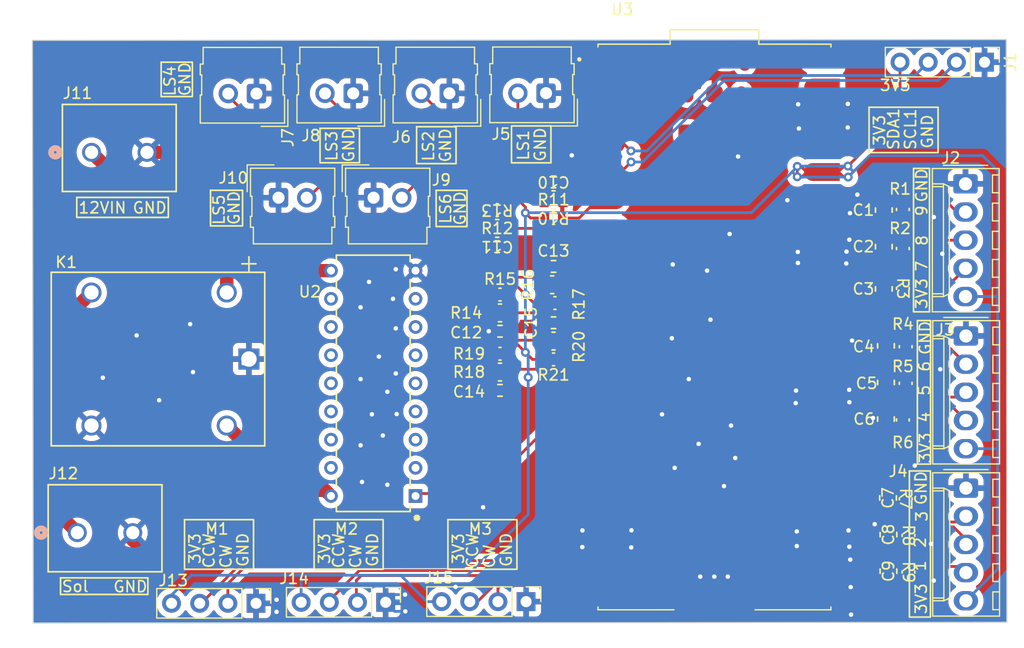
<source format=kicad_pcb>
(kicad_pcb (version 20221018) (generator pcbnew)
  (layers (0 "F.Cu" signal) (31 "B.Cu" signal) (34 "B.Paste" user) (35 "F.Paste" user) (36 "B.SilkS" user "B.Silkscreen") (37 "F.SilkS" user "F.Silkscreen") (38 "B.Mask" user) (39 "F.Mask" user) (44 "Edge.Cuts" user))
  (net 0 "")
  (net 1 "FDBK3")
  (net 2 "FDBK2")
  (net 3 "FDBK1")
  (net 4 "Net-(J2-Pin_2)")
  (net 5 "Net-(J2-Pin_3)")
  (net 6 "Net-(J2-Pin_4)")
  (net 7 "Net-(J3-Pin_2)")
  (net 8 "Net-(J3-Pin_3)")
  (net 9 "Net-(J3-Pin_4)")
  (net 10 "M1_PWM_CW")
  (net 11 "M1_PWM_CCW")
  (net 12 "M2_PWM_CW")
  (net 13 "LS1")
  (net 14 "LS2")
  (net 15 "LS4")
  (net 16 "LS3")
  (net 17 "LS6")
  (net 18 "LS5")
  (net 19 "M2_PWM_CCW")
  (net 20 "GND")
  (net 21 "SCL1")
  (net 22 "SDA1")
  (net 23 "3.3V")
  (net 24 "Net-(J4-Pin_2)")
  (net 25 "Net-(J4-Pin_3)")
  (net 26 "Net-(J4-Pin_4)")
  (net 27 "FDBK4")
  (net 28 "FDBK5")
  (net 29 "FDBK6")
  (net 30 "FDBK7")
  (net 31 "FDBK8")
  (net 32 "FDBK9")
  (net 33 "12V")
  (net 34 "Solenoid PWR")
  (net 35 "Net-(U2-O1)")
  (net 36 "Vacuum")
  (net 37 "M3_PWM_CW")
  (net 38 "M3_PWM_CCW")
  (net 53 "Net-(J5-Pin_2)")
  (net 54 "Net-(J6-Pin_2)")
  (net 55 "Net-(J7-Pin_2)")
  (net 56 "Net-(J8-Pin_2)")
  (net 57 "Net-(J9-Pin_2)")
  (net 58 "Net-(J10-Pin_2)")
  (footprint "WR06X1002FTL:RES_WR06_WRE" (layer "F.Cu") (at 129.286 70.866 -90)
    (fp_text reference "R5")
    (fp_text value "10kΩ Res")
  )
  (footprint "WR08X102_JTL:RES_WR08_WRE" (layer "F.Cu") (at 97.536 54.309)
    (fp_text reference "R11")
    (fp_text value "1kΩ Res")
  )
  (footprint "J1071AS3VDC_36:RELAY5_J1071A_CRS" (layer "F.Cu") (at 70.07 68.676001 -90)
    (fp_text reference "K1")
    (fp_text value "J1071AS3VDC.36")
  )
  (footprint "Connector_Molex:Molex_SL_171971-0002_1x02_P2.54mm_Vertical" (layer "F.Cu") (at 70.75 44.74 180)
    (fp_text reference "J7")
    (fp_text value "2 Pin Conn" hide)
  )
  (footprint "WR06X1002FTL:RES_WR06_WRE" (layer "F.Cu") (at 129.032 74.168 -90)
    (fp_text reference "R6")
    (fp_text value "10kΩ Res")
  )
  (footprint "TBD62083APG:P-DIP18-300-2p54-001_TOS" (layer "F.Cu") (at 85.09 81.026 180)
    (fp_text reference "U2")
    (fp_text value "TBD62083APG")
  )
  (footprint "EBBA_02_C_SS_BU:CONN02_EBBA_10X7P6_ADM" (layer "F.Cu") (at 54.5973 84.328)
    (fp_text reference "J12")
    (fp_text value "Screw Terminal")
  )
  (footprint "Connector_Molex:Molex_KK-254_AE-6410-05A_1x05_P2.54mm_Vertical" (layer "F.Cu") (at 134.7181 66.596 -90)
    (fp_text reference "J3")
    (fp_text value "4 Pin Connector" hide)
  )
  (footprint "CL21B202KBANNNC:CAP_CL21_SAM" (layer "F.Cu") (at 127.314 62.3542 90)
    (fp_text reference "C3")
    (fp_text value "2nF Cap")
  )
  (footprint "CL10B104KB8NNWC:CAP_CL10_SAM" (layer "F.Cu") (at 97.536 65.405 180)
    (fp_text reference "C15")
    (fp_text value "0.1uF Cap")
  )
  (footprint "Connector_Molex:Molex_KK-254_AE-6410-05A_1x05_P2.54mm_Vertical" (layer "F.Cu") (at 134.68 52.88 -90)
    (fp_text reference "J2")
    (fp_text value "5 Pin Connector" hide)
  )
  (footprint "WR06X1002FTL:RES_WR06_WRE" (layer "F.Cu") (at 129.032 55.1942 -90)
    (fp_text reference "R1")
    (fp_text value "10kΩ Res")
  )
  (footprint "EBBA_02_C_SS_BU:CONN02_EBBA_10X7P6_ADM" (layer "F.Cu") (at 55.88 50.038)
    (fp_text reference "J11")
    (fp_text value "Screw Terminal")
  )
  (footprint "WR06X1002FTL:RES_WR06_WRE" (layer "F.Cu") (at 97.536 68.707 180)
    (fp_text reference "R21")
    (fp_text value "10kΩ Res")
  )
  (footprint "WR06X1002FTL:RES_WR06_WRE" (layer "F.Cu") (at 92.71 68.199 180)
    (fp_text reference "R19")
    (fp_text value "10kΩ Res")
  )
  (footprint "WR06X1002FTL:RES_WR06_WRE" (layer "F.Cu") (at 129.032 62.3062 -90)
    (fp_text reference "R3")
    (fp_text value "10kΩ Res")
  )
  (footprint "Connector_PinHeader_2.54mm:PinHeader_1x04_P2.54mm_Vertical" (layer "F.Cu") (at 70.71 90.7 -90)
    (fp_text reference "J13")
    (fp_text value "4 Pin Connector" hide)
  )
  (footprint "WR08X102_JTL:RES_WR08_WRE" (layer "F.Cu") (at 97.409 61.976)
    (fp_text reference "R16")
    (fp_text value "1kΩ Res")
  )
  (footprint "CL21B202KBANNNC:CAP_CL21_SAM" (layer "F.Cu") (at 127.7331 84.503 90)
    (fp_text reference "C8")
    (fp_text value "2nF Cap")
  )
  (footprint "WR06X1002FTL:RES_WR06_WRE" (layer "F.Cu") (at 129.286 81.28 -90)
    (fp_text reference "R7")
    (fp_text value "10kΩ Res")
  )
  (footprint "CL10B104KB8NNWC:CAP_CL10_SAM" (layer "F.Cu") (at 92.71 71.501 180)
    (fp_text reference "C14")
    (fp_text value "0.1uF Cap")
  )
  (footprint "SC0915:MODULE_SC0915" (layer "F.Cu") (at 112.0455 65.786)
    (fp_text reference "U3")
    (fp_text value "SC0915")
  )
  (footprint "WR06X1002FTL:RES_WR06_WRE" (layer "F.Cu") (at 97.663 63.627 180)
    (fp_text reference "R17")
    (fp_text value "10kΩ Res")
  )
  (footprint "WR08X102_JTL:RES_WR08_WRE" (layer "F.Cu") (at 92.71 69.85)
    (fp_text reference "R18")
    (fp_text value "1kΩ Res")
  )
  (footprint "CL10B104KB8NNWC:CAP_CL10_SAM" (layer "F.Cu") (at 92.456 58.547 180)
    (fp_text reference "C11")
    (fp_text value "0.1uF Cap")
  )
  (footprint "WR06X1002FTL:RES_WR06_WRE" (layer "F.Cu") (at 92.71 62.865 180)
    (fp_text reference "R15")
    (fp_text value "10kΩ Res")
  )
  (footprint "WR08X102_JTL:RES_WR08_WRE" (layer "F.Cu") (at 92.71 64.516)
    (fp_text reference "R14")
    (fp_text value "1kΩ Res")
  )
  (footprint "Connector_Molex:Molex_SL_171971-0002_1x02_P2.54mm_Vertical" (layer "F.Cu") (at 96.86 44.7 180)
    (fp_text reference "J5")
    (fp_text value "2 Pin Conn" hide)
  )
  (footprint "Connector_PinHeader_2.54mm:PinHeader_1x04_P2.54mm_Vertical" (layer "F.Cu") (at 82.4 90.61 -90)
    (fp_text reference "J14")
    (fp_text value "4 Pin Connector" hide)
  )
  (footprint "Connector_Molex:Molex_SL_171971-0002_1x02_P2.54mm_Vertical" (layer "F.Cu") (at 81.31 54.13)
    (fp_text reference "J9")
    (fp_text value "2 Pin Conn" hide)
  )
  (footprint "CL10B104KB8NNWC:CAP_CL10_SAM" (layer "F.Cu") (at 97.536 52.705 180)
    (fp_text reference "C10")
    (fp_text value "0.1uF Cap")
  )
  (footprint "Connector_PinHeader_2.54mm:PinHeader_1x04_P2.54mm_Vertical" (layer "F.Cu") (at 136.398 41.91 -90)
    (fp_text reference "J1")
    (fp_text value "4 Pin Connector")
  )
  (footprint "CL21B202KBANNNC:CAP_CL21_SAM" (layer "F.Cu") (at 127.7331 87.805 90)
    (fp_text reference "C9")
    (fp_text value "2nF Cap")
  )
  (footprint "CL21B202KBANNNC:CAP_CL21_SAM" (layer "F.Cu") (at 127.695 81.201 90)
    (fp_text reference "C7")
    (fp_text value "2nF Cap")
  )
  (footprint "CL21B202KBANNNC:CAP_CL21_SAM" (layer "F.Cu") (at 127.508 70.787 90)
    (fp_text reference "C5")
    (fp_text value "2nF Cap")
  )
  (footprint "CL10B104KB8NNWC:CAP_CL10_SAM" (layer "F.Cu") (at 92.71 66.167 180)
    (fp_text reference "C12")
    (fp_text value "0.1uF Cap")
  )
  (footprint "CL21B202KBANNNC:CAP_CL21_SAM" (layer "F.Cu") (at 127.508 67.485 90)
    (fp_text reference "C4")
    (fp_text value "2nF Cap")
  )
  (footprint "Connector_Molex:Molex_SL_171971-0002_1x02_P2.54mm_Vertical" (layer "F.Cu") (at 88.14 44.72 180)
    (fp_text reference "J6")
    (fp_text value "2 Pin Conn" hide)
  )
  (footprint "WR06X1002FTL:RES_WR06_WRE" (layer "F.Cu") (at 129.286 67.564 -90)
    (fp_text reference "R4")
    (fp_text value "10kΩ Res")
  )
  (footprint "WR06X1002FTL:RES_WR06_WRE" (layer "F.Cu") (at 92.456 55.245 180)
    (fp_text reference "R13")
    (fp_text value "10kΩ Res")
  )
  (footprint "WR06X1002FTL:RES_WR06_WRE" (layer "F.Cu") (at 129.032 58.7121 -90)
    (fp_text reference "R2")
    (fp_text value "10kΩ Res")
  )
  (footprint "CL21B202KBANNNC:CAP_CL21_SAM" (layer "F.Cu") (at 127.314 58.5442 90)
    (fp_text reference "C2")
    (fp_text value "2nF Cap")
  )
  (footprint "Connector_Molex:Molex_KK-254_AE-6410-05A_1x05_P2.54mm_Vertical" (layer "F.Cu") (at 134.7181 80.312 -90)
    (fp_text reference "J4")
    (fp_text value "4 Pin Connector" hide)
  )
  (footprint "CL21B202KBANNNC:CAP_CL21_SAM" (layer "F.Cu") (at 127.314 55.2422 90)
    (fp_text reference "C1")
    (fp_text value "2nF Cap")
  )
  (footprint "WR08X102_JTL:RES_WR08_WRE" (layer "F.Cu") (at 97.536 67.056)
    (fp_text reference "R20")
    (fp_text value "1kΩ Res")
  )
  (footprint "Connector_Molex:Molex_SL_171971-0002_1x02_P2.54mm_Vertical" (layer "F.Cu") (at 79.47 44.72 180)
    (fp_text reference "J8")
    (fp_text value "2 Pin Conn" hide)
  )
  (footprint "Connector_PinHeader_2.54mm:PinHeader_1x04_P2.54mm_Vertical" (layer "F.Cu") (at 95.06 90.55 -90)
    (fp_text reference "J15")
    (fp_text value "4 Pin Connector" hide)
  )
  (footprint "WR06X1002FTL:RES_WR06_WRE" (layer "F.Cu") (at 129.54 84.582 -90)
    (fp_text reference "R8")
    (fp_text value "10kΩ Res")
  )
  (footprint "CL10B104KB8NNWC:CAP_CL10_SAM" (layer "F.Cu") (at 97.536 60.325 180)
    (fp_text reference "C13")
    (fp_text value "0.1uF Cap")
  )
  (footprint "WR08X102_JTL:RES_WR08_WRE" (layer "F.Cu") (at 92.456 56.896)
    (fp_text reference "R12")
    (fp_text value "1kΩ Res")
  )
  (footprint "WR06X1002FTL:RES_WR06_WRE" (layer "F.Cu") (at 97.536 55.96 180)
    (fp_text reference "R10")
    (fp_text value "10kΩ Res")
  )
  (footprint "Connector_Molex:Molex_SL_171971-0002_1x02_P2.54mm_Vertical" (layer "F.Cu") (at 72.74 54.13)
    (fp_text reference "J10")
    (fp_text value "2 Pin Conn" hide)
  )
  (footprint "CL21B202KBANNNC:CAP_CL21_SAM" (layer "F.Cu") (at 127.508 74.089 90)
    (fp_text reference "C6")
    (fp_text value "2nF Cap")
  )
  (footprint "WR06X1002FTL:RES_WR06_WRE" (layer "F.Cu") (at 129.54 87.884 -90)
    (fp_text reference "R9")
    (fp_text value "10kΩ Res")
  )
  (gr_rect (start 129.994 51.49) (end 131.434 64.42) (stroke (width 0.15)) (fill none) (layer "F.SilkS"))
  (gr_rect (start 66.605 53.46) (end 69.495 56.67) (stroke (width 0.15)) (fill none) (layer "F.SilkS"))
  (gr_rect (start 93.744 47.6563) (end 97.3 50.9837) (stroke (width 0.15)) (fill none) (layer "F.SilkS"))
  (gr_rect (start 129.62 78.7665) (end 131.52 91.94) (stroke (width 0.15)) (fill none) (layer "F.SilkS"))
  (gr_rect (start 53.084 89.9027) (end 60.96 88.4053) (stroke (width 0.15)) (fill none) (layer "F.SilkS"))
  (gr_rect (start 88.011 83.1596) (end 94.234 87.63) (stroke (width 0.15)) (fill none) (layer "F.SilkS"))
  (gr_rect (start 76.482 47.8726) (end 80.038 50.98) (stroke (width 0.15)) (fill none) (layer "F.SilkS"))
  (gr_rect (start 54.5465 55.9054) (end 62.8015 54.102) (stroke (width 0.15)) (fill none) (layer "F.SilkS"))
  (gr_rect (start 62.1565 41.91) (end 64.97 45.01) (stroke (width 0.15)) (fill none) (layer "F.SilkS"))
  (gr_rect (start 130.338 65.21) (end 131.53 78.15) (stroke (width 0.15)) (fill none) (layer "F.SilkS"))
  (gr_rect (start 75.946 83.1596) (end 82.169 87.63) (stroke (width 0.15)) (fill none) (layer "F.SilkS"))
  (gr_rect (start 64.262 83.1596) (end 70.485 87.63) (stroke (width 0.15)) (fill none) (layer "F.SilkS"))
  (gr_rect (start 125.984 45.974) (end 132.207 50.0634) (stroke (width 0.15)) (fill none) (layer "F.SilkS"))
  (gr_rect (start 86.95 53.465) (end 89.73 56.735) (stroke (width 0.15)) (fill none) (layer "F.SilkS"))
  (gr_rect (start 85.189 47.7296) (end 88.745 51.057) (stroke (width 0.15)) (fill none) (layer "F.SilkS"))
  (gr_line (start 138.42175 92.413125) (end 50.6095 92.48775) (stroke (width 0.1)) (layer "Edge.Cuts"))
  (gr_line (start 50.6095 92.48775) (end 50.546 39.9415) (stroke (width 0.1)) (layer "Edge.Cuts"))
  (gr_line (start 50.546 39.9415) (end 138.35825 39.866875) (stroke (width 0.1)) (layer "Edge.Cuts"))
  (gr_line (start 138.35825 39.866875) (end 138.42175 92.413125) (stroke (width 0.1)) (layer "Edge.Cuts"))
  (gr_text "SDA1" (at 128.778 49.911 90) (layer "F.SilkS") (effects (font (size 1 1)) (justify left bottom)))
  (gr_text "GND" (at 81.788 87.503 90) (layer "F.SilkS") (effects (font (size 1 1)) (justify left bottom)))
  (gr_text "M2" (at 77.724 84.582) (layer "F.SilkS") (effects (font (size 1 1)) (justify left bottom)))
  (gr_text "7" (at 131.318 60.87 90) (layer "F.SilkS") (effects (font (size 1 1)) (justify left bottom)))
  (gr_text "CCW" (at 67.056 87.63 90) (layer "F.SilkS") (effects (font (size 1 1)) (justify left bottom)))
  (gr_text "CCW" (at 90.805 87.63 90) (layer "F.SilkS") (effects (font (size 1 1)) (justify left bottom)))
  (gr_text "4" (at 131.572 74.49 90) (layer "F.SilkS") (effects (font (size 1 1)) (justify left bottom)))
  (gr_text "GND" (at 59.4995 55.626) (layer "F.SilkS") (effects (font (size 1 1)) (justify left bottom)))
  (gr_text "GND" (at 131.642 68.39 90) (layer "F.SilkS") (effects (font (size 1 1)) (justify left bottom)))
  (gr_text "2" (at 131.18 85.79 90) (layer "F.SilkS") (effects (font (size 1 1)) (justify left bottom)))
  (gr_text "3V3" (at 131.27 91.77 90) (layer "F.SilkS") (effects (font (size 1 1)) (justify left bottom)))
  (gr_text "GND" (at 93.853 87.503 90) (layer "F.SilkS") (effects (font (size 1 1)) (justify left bottom)))
  (gr_text "8" (at 131.348 58.56 90) (layer "F.SilkS") (effects (font (size 1 1)) (justify left bottom)))
  (gr_text "GND" (at 57.758 89.7863) (layer "F.SilkS") (effects (font (size 1 1)) (justify left bottom)))
  (gr_text "1" (at 131.18 87.89 90) (layer "F.SilkS") (effects (font (size 1 1)) (justify left bottom)))
  (gr_text "3V3" (at 65.786 87.249 90) (layer "F.SilkS") (effects (font (size 1 1)) (justify left bottom)))
  (gr_text "GND" (at 69.306 56.67 90) (layer "F.SilkS") (effects (font (size 1 1)) (justify left bottom)))
  (gr_text "GND" (at 70.104 87.503 90) (layer "F.SilkS") (effects (font (size 1 1)) (justify left bottom)))
  (gr_text "CW" (at 92.329 87.63 90) (layer "F.SilkS") (effects (font (size 1 1)) (justify left bottom)))
  (gr_text "6" (at 131.582 69.91 90) (layer "F.SilkS") (effects (font (size 1 1)) (justify left bottom)))
  (gr_text "SCL1" (at 130.302 49.911 90) (layer "F.SilkS") (effects (font (size 1 1)) (justify left bottom)))
  (gr_text "3V3" (at 127.508 49.53 90) (layer "F.SilkS") (effects (font (size 1 1)) (justify left bottom)))
  (gr_text "GND" (at 96.919 50.9583 90) (layer "F.SilkS") (effects (font (size 1 1)) (justify left bottom)))
  (gr_text "GND" (at 89.69 56.715 90) (layer "F.SilkS") (effects (font (size 1 1)) (justify left bottom)))
  (gr_text "3V3" (at 131.642 78.17 90) (layer "F.SilkS") (effects (font (size 1 1)) (justify left bottom)))
  (gr_text "LS2" (at 86.84 50.93 90) (layer "F.SilkS") (effects (font (size 1 1)) (justify left bottom)))
  (gr_text "5" (at 131.552 72.07 90) (layer "F.SilkS") (effects (font (size 1 1)) (justify left bottom)))
  (gr_text "CW" (at 80.264 87.63 90) (layer "F.SilkS") (effects (font (size 1 1)) (justify left bottom)))
  (gr_text "GND" (at 131.826 49.784 90) (layer "F.SilkS") (effects (font (size 1 1)) (justify left bottom)))
  (gr_text "12VIN" (at 54.62 55.626) (layer "F.SilkS") (effects (font (size 1 1)) (justify left bottom)))
  (gr_text "GND" (at 131.318 54.64 90) (layer "F.SilkS") (effects (font (size 1 1)) (justify left bottom)))
  (gr_text "3V3" (at 77.47 87.249 90) (layer "F.SilkS") (effects (font (size 1 1)) (justify left bottom)))
  (gr_text "M3" (at 89.789 84.582) (layer "F.SilkS") (effects (font (size 1 1)) (justify left bottom)))
  (gr_text "3V3" (at 131.318 64.25 90) (layer "F.SilkS") (effects (font (size 1 1)) (justify left bottom)))
  (gr_text "CCW" (at 78.74 87.63 90) (layer "F.SilkS") (effects (font (size 1 1)) (justify left bottom)))
  (gr_text "LS1" (at 95.395 50.8567 90) (layer "F.SilkS") (effects (font (size 1 1)) (justify left bottom)))
  (gr_text "Sol" (at 53.118 89.7663) (layer "F.SilkS") (effects (font (size 1 1)) (justify left bottom)))
  (gr_text "GND" (at 79.644 51.0216 90) (layer "F.SilkS") (effects (font (size 1 1)) (justify left bottom)))
  (gr_text "M1" (at 66.04 84.582) (layer "F.SilkS") (effects (font (size 1 1)) (justify left bottom)))
  (gr_text "LS5" (at 67.9555 56.67 90) (layer "F.SilkS") (effects (font (size 1 1)) (justify left bottom)))
  (gr_text "3V3" (at 89.535 87.249 90) (layer "F.SilkS") (effects (font (size 1 1)) (justify left bottom)))
  (gr_text "GND" (at 131.25 81.93 90) (layer "F.SilkS") (effects (font (size 1 1)) (justify left bottom)))
  (gr_text "GND" (at 64.88 45.06 90) (layer "F.SilkS") (effects (font (size 1 1)) (justify left bottom)))
  (gr_text "3V3" (at 126.873 44.577) (layer "F.SilkS") (effects (font (size 1 1)) (justify left bottom)))
  (gr_text "LS6" (at 88.39 56.565 90) (layer "F.SilkS") (effects (font (size 1 1)) (justify left bottom)))
  (gr_text "LS3" (at 78.12 50.92 90) (layer "F.SilkS") (effects (font (size 1 1)) (justify left bottom)))
  (gr_text "GND" (at 88.364 51.0316 90) (layer "F.SilkS") (effects (font (size 1 1)) (justify left bottom)))
  (gr_text "LS4" (at 63.53 45.06 90) (layer "F.SilkS") (effects (font (size 1 1)) (justify left bottom)))
  (gr_text "3" (at 131.33 83.43 90) (layer "F.SilkS") (effects (font (size 1 1)) (justify left bottom)))
  (gr_text "9" (at 131.318 55.88 90) (layer "F.SilkS") (effects (font (size 1 1)) (justify left bottom)))
  (gr_text "CW" (at 68.58 87.63 90) (layer "F.SilkS") (effects (font (size 1 1)) (justify left bottom)))
  (segment (start 123.19 79.756) (end 125.28 81.846) (width 0.25) (layer "F.Cu") (net 1))
  (segment (start 127.7832 82.217) (end 127.695 82.1288) (width 0.25) (layer "F.Cu") (net 1))
  (segment (start 121.7355 79.756) (end 123.19 79.756) (width 0.25) (layer "F.Cu") (net 1))
  (segment (start 127.4122 81.846) (end 127.695 82.1288) (width 0.25) (layer "F.Cu") (net 1))
  (segment (start 129.2571 82.217) (end 127.7832 82.217) (width 0.25) (layer "F.Cu") (net 1))
  (segment (start 125.28 81.846) (end 127.4122 81.846) (width 0.25) (layer "F.Cu") (net 1))
  (segment (start 121.7355 82.296) (end 123.444 82.296) (width 0.25) (layer "F.Cu") (net 2))
  (segment (start 127.8213 85.519) (end 127.7331 85.4308) (width 0.25) (layer "F.Cu") (net 2))
  (segment (start 123.444 82.296) (end 126.5788 85.4308) (width 0.25) (layer "F.Cu") (net 2))
  (segment (start 129.2952 85.519) (end 127.8213 85.519) (width 0.25) (layer "F.Cu") (net 2))
  (segment (start 126.5788 85.4308) (end 127.7331 85.4308) (width 0.25) (layer "F.Cu") (net 2))
  (segment (start 121.7355 87.376) (end 122.2435 87.884) (width 0.25) (layer "F.Cu") (net 3))
  (segment (start 126.0708 88.7328) (end 127.7331 88.7328) (width 0.25) (layer "F.Cu") (net 3))
  (segment (start 122.2435 87.884) (end 125.222 87.884) (width 0.25) (layer "F.Cu") (net 3))
  (segment (start 125.222 87.884) (end 126.0708 88.7328) (width 0.25) (layer "F.Cu") (net 3))
  (segment (start 129.2952 88.948) (end 127.9483 88.948) (width 0.25) (layer "F.Cu") (net 3))
  (segment (start 127.9483 88.948) (end 127.7331 88.7328) (width 0.25) (layer "F.Cu") (net 3))
  (segment (start 133.906 55.42) (end 134.68 55.42) (width 0.25) (layer "F.Cu") (net 4))
  (segment (start 129.032 54.4703) (end 132.9563 54.4703) (width 0.25) (layer "F.Cu") (net 4))
  (segment (start 132.9563 54.4703) (end 133.906 55.42) (width 0.25) (layer "F.Cu") (net 4))
  (segment (start 129.032 57.9882) (end 129.0602 57.96) (width 0.25) (layer "F.Cu") (net 5))
  (segment (start 129.0602 57.96) (end 134.68 57.96) (width 0.25) (layer "F.Cu") (net 5))
  (segment (start 133.585 61.595) (end 134.68 60.5) (width 0.25) (layer "F.Cu") (net 6))
  (segment (start 129.0447 61.595) (end 133.585 61.595) (width 0.25) (layer "F.Cu") (net 6))
  (segment (start 129.032 61.5823) (end 129.0447 61.595) (width 0.25) (layer "F.Cu") (net 6))
  (segment (start 129.286 66.8401) (end 132.4222 66.8401) (width 0.25) (layer "F.Cu") (net 7))
  (segment (start 132.4222 66.8401) (end 134.7181 69.136) (width 0.25) (layer "F.Cu") (net 7))
  (segment (start 129.286 70.1421) (end 129.729478 70.1421) (width 0.25) (layer "F.Cu") (net 8))
  (segment (start 134.2841 72.11) (end 134.7181 71.676) (width 0.25) (layer "F.Cu") (net 8))
  (segment (start 131.03 72.11) (end 134.2841 72.11) (width 0.25) (layer "F.Cu") (net 8))
  (segment (start 129.729478 70.1421) (end 130.56 70.972622) (width 0.25) (layer "F.Cu") (net 8))
  (segment (start 130.56 71.64) (end 131.03 72.11) (width 0.25) (layer "F.Cu") (net 8))
  (segment (start 130.56 70.972622) (end 130.56 71.64) (width 0.25) (layer "F.Cu") (net 8))
  (segment (start 130.0959 73.4441) (end 130.98 72.56) (width 0.25) (layer "F.Cu") (net 9))
  (segment (start 133.0621 72.56) (end 134.7181 74.216) (width 0.25) (layer "F.Cu") (net 9))
  (segment (start 129.032 73.4441) (end 130.0959 73.4441) (width 0.25) (layer "F.Cu") (net 9))
  (segment (start 130.98 72.56) (end 133.0621 72.56) (width 0.25) (layer "F.Cu") (net 9))
  (segment (start 94.034 87.296) (end 101.574 79.756) (width 0.25) (layer "F.Cu") (net 10))
  (segment (start 102.3959 79.756) (end 102.4063 79.7456) (width 0.25) (layer "F.Cu") (net 10))
  (segment (start 69.804396 87.296) (end 94.034 87.296) (width 0.25) (layer "F.Cu") (net 10))
  (segment (start 68.17 88.930396) (end 69.804396 87.296) (width 0.25) (layer "F.Cu") (net 10))
  (segment (start 101.574 79.756) (end 102.3959 79.756) (width 0.25) (layer "F.Cu") (net 10))
  (segment (start 68.17 90.7) (end 68.17 88.930396) (width 0.25) (layer "F.Cu") (net 10))
  (segment (start 100.13 80.563604) (end 100.13 78.39) (width 0.25) (layer "F.Cu") (net 11))
  (segment (start 100.13 78.39) (end 101.3144 77.2056) (width 0.25) (layer "F.Cu") (net 11))
  (segment (start 65.63 90.7) (end 65.764 90.7) (width 0.25) (layer "F.Cu") (net 11))
  (segment (start 101.3144 77.2056) (end 102.4063 77.2056) (width 0.25) (layer "F.Cu") (net 11))
  (segment (start 69.618 86.846) (end 93.847604 86.846) (width 0.25) (layer "F.Cu") (net 11))
  (segment (start 93.847604 86.846) (end 100.13 80.563604) (width 0.25) (layer "F.Cu") (net 11))
  (segment (start 65.764 90.7) (end 69.618 86.846) (width 0.25) (layer "F.Cu") (net 11))
  (segment (start 79.86 90.61) (end 79.756 90.506) (width 0.25) (layer "F.Cu") (net 12))
  (segment (start 79.756 90.506) (end 79.756 88.644) (width 0.25) (layer "F.Cu") (net 12))
  (segment (start 101.5759 88.196) (end 102.4063 87.3656) (width 0.25) (layer "F.Cu") (net 12))
  (segment (start 80.204 88.196) (end 101.5759 88.196) (width 0.25) (layer "F.Cu") (net 12))
  (segment (start 79.756 88.644) (end 80.204 88.196) (width 0.25) (layer "F.Cu") (net 12))
  (segment (start 99.85 55.96) (end 98.3869 55.96) (width 0.25) (layer "F.Cu") (net 13))
  (segment (start 101.4644 54.3456) (end 99.85 55.96) (width 0.25) (layer "F.Cu") (net 13))
  (segment (start 98.3869 55.96) (end 98.3869 54.309) (width 0.25) (layer "F.Cu") (net 13))
  (segment (start 98.2599 55.96) (end 98.2599 52.8089) (width 0.25) (layer "F.Cu") (net 13))
  (segment (start 98.2599 52.8089) (end 98.3638 52.705) (width 0.25) (layer "F.Cu") (net 13))
  (segment (start 102.4063 54.3456) (end 101.4644 54.3456) (width 0.25) (layer "F.Cu") (net 13))
  (segment (start 93.3069 56.896) (end 102.3959 56.896) (width 0.25) (layer "F.Cu") (net 14))
  (segment (start 93.2838 58.547) (end 93.2838 55.3489) (width 0.25) (layer "F.Cu") (net 14))
  (segment (start 102.3959 56.896) (end 102.4063 56.8856) (width 0.25) (layer "F.Cu") (net 14))
  (segment (start 93.2838 55.3489) (end 93.1799 55.245) (width 0.25) (layer "F.Cu") (net 14))
  (segment (start 102.4063 64.5056) (end 93.5713 64.5056) (width 0.25) (layer "F.Cu") (net 15))
  (segment (start 93.5713 64.5056) (end 93.5609 64.516) (width 0.25) (layer "F.Cu") (net 15))
  (segment (start 93.4339 66.0631) (end 93.5378 66.167) (width 0.25) (layer "F.Cu") (net 15))
  (segment (start 93.4339 62.865) (end 93.4339 66.0631) (width 0.25) (layer "F.Cu") (net 15))
  (segment (start 98.3869 63.627) (end 98.3869 60.3481) (width 0.25) (layer "F.Cu") (net 16))
  (segment (start 98.3869 60.3481) (end 98.3638 60.325) (width 0.25) (layer "F.Cu") (net 16))
  (segment (start 102.4063 61.9656) (end 98.2703 61.9656) (width 0.25) (layer "F.Cu") (net 16))
  (segment (start 98.2703 61.9656) (end 98.2599 61.976) (width 0.25) (layer "F.Cu") (net 16))
  (segment (start 93.5609 69.596) (end 102.3959 69.596) (width 0.25) (layer "F.Cu") (net 17))
  (segment (start 102.3959 69.596) (end 102.4063 69.5856) (width 0.25) (layer "F.Cu") (net 17))
  (segment (start 93.5378 68.3029) (end 93.4339 68.199) (width 0.25) (layer "F.Cu") (net 17))
  (segment (start 93.5378 71.501) (end 93.5378 68.3029) (width 0.25) (layer "F.Cu") (net 17))
  (segment (start 98.3973 67.0456) (end 98.3869 67.056) (width 0.25) (layer "F.Cu") (net 18))
  (segment (start 102.4063 67.0456) (end 98.3973 67.0456) (width 0.25) (layer "F.Cu") (net 18))
  (segment (start 98.3638 65.405) (end 98.3638 68.6031) (width 0.25) (layer "F.Cu") (net 18))
  (segment (start 98.3638 68.6031) (end 98.2599 68.707) (width 0.25) (layer "F.Cu") (net 18))
  (segment (start 100.336396 81.63) (end 101.7507 81.63) (width 0.25) (layer "F.Cu") (net 19))
  (segment (start 80.017604 87.746) (end 94.220396 87.746) (width 0.25) (layer "F.Cu") (net 19))
  (segment (start 94.220396 87.746) (end 100.336396 81.63) (width 0.25) (layer "F.Cu") (net 19))
  (segment (start 77.32 90.61) (end 77.32 90.443604) (width 0.25) (layer "F.Cu") (net 19))
  (segment (start 77.32 90.443604) (end 80.017604 87.746) (width 0.25) (layer "F.Cu") (net 19))
  (segment (start 101.7507 81.63) (end 102.4063 82.2856) (width 0.25) (layer "F.Cu") (net 19))
  (segment (start 104.54 85.66) (end 103.1795 85.66) (width 0.25) (layer "F.Cu") (net 20))
  (segment (start 119.45 71.25) (end 121.7355 71.25) (width 0.25) (layer "F.Cu") (net 20))
  (segment (start 110.76 88.295) (end 112.0455 89.5805) (width 0.25) (layer "F.Cu") (net 20))
  (segment (start 120.8715 47.6) (end 121.7355 46.736) (width 0.25) (layer "F.Cu") (net 20))
  (segment (start 121.7355 71.25) (end 121.7355 72.136) (width 0.25) (layer "F.Cu") (net 20))
  (segment (start 119.4 71.52) (end 119.4 71.3) (width 0.25) (layer "F.Cu") (net 20))
  (segment (start 119.59 45.71) (end 119.77 45.89) (width 0.25) (layer "F.Cu") (net 20))
  (segment (start 124.21 72.86) (end 124.03 73.04) (width 0.25) (layer "F.Cu") (net 20))
  (segment (start 127.314 61.4264) (end 127.4226 61.4264) (width 0.25) (layer "F.Cu") (net 20))
  (segment (start 124.03 73.04) (end 121.7355 73.04) (width 0.25) (layer "F.Cu") (net 20))
  (segment (start 96.7082 65.405) (end 95.865 65.405) (width 0.25) (layer "F.Cu") (net 20))
  (segment (start 100.13 85.63) (end 101.5615 85.63) (width 0.25) (layer "F.Cu") (net 20))
  (segment (start 59.5973 84.9973) (end 62.23 87.63) (width 1.2) (layer "F.Cu") (net 20))
  (segment (start 59.5973 84.328) (end 59.5973 84.9973) (width 1.2) (layer "F.Cu") (net 20))
  (segment (start 122.5895 47.59) (end 121.7355 46.736) (width 0.25) (layer "F.Cu") (net 20))
  (segment (start 119.95 47.6) (end 120.8715 47.6) (width 0.25) (layer "F.Cu") (net 20))
  (segment (start 124.06 47.8) (end 123.85 47.59) (width 0.25) (layer "F.Cu") (net 20))
  (segment (start 126.34 73.99) (end 127.1688 73.1612) (width 0.25) (layer "F.Cu") (net 20))
  (segment (start 119.37 72.75) (end 119.66 73.04) (width 0.25) (layer "F.Cu") (net 20))
  (segment (start 119.66 73.04) (end 121.7355 73.04) (width 0.25) (layer "F.Cu") (net 20))
  (segment (start 91.6282 59.6242) (end 92.329 60.325) (width 0.25) (layer "F.Cu") (net 20))
  (segment (start 101.6495 84.13) (end 102.3555 84.836) (width 0.25) (layer "F.Cu") (net 20))
  (segment (start 101.5615 85.63) (end 102.3555 84.836) (width 0.25) (layer "F.Cu") (net 20))
  (segment (start 103.1795 85.66) (end 102.3555 84.836) (width 0.25) (layer "F.Cu") (net 20))
  (segment (start 124.19 71.45) (end 123.99 71.25) (width 0.25) (layer "F.Cu") (net 20))
  (segment (start 123.83 45.91) (end 122.5615 45.91) (width 0.25) (layer "F.Cu") (net 20))
  (segment (start 127.4226 61.4264) (end 128.397 60.452) (width 0.25) (layer "F.Cu") (net 20))
  (segment (start 119.4 71.3) (end 119.45 71.25) (width 0.25) (layer "F.Cu") (net 20))
  (segment (start 95.865 65.405) (end 95.85 65.39) (width 0.25) (layer "F.Cu") (net 20))
  (segment (start 92.329 60.325) (end 96.7082 60.325) (width 0.25) (layer "F.Cu") (net 20))
  (segment (start 124.07 45.67) (end 123.83 45.91) (width 0.25) (layer "F.Cu") (net 20))
  (segment (start 104.56 84.12) (end 103.0715 84.12) (width 0.25) (layer "F.Cu") (net 20))
  (segment (start 112.0455 89.4995) (end 112.0455 90.486) (width 0.25) (layer "F.Cu") (net 20))
  (segment (start 120.8895 45.89) (end 121.7355 46.736) (width 0.25) (layer "F.Cu") (net 20))
  (segment (start 121.7355 73.04) (end 121.7355 72.136) (width 0.25) (layer "F.Cu") (net 20))
  (segment (start 112.03 90.4705) (end 112.0455 90.486) (width 0.25) (layer "F.Cu") (net 20))
  (segment (start 123.99 71.25) (end 121.7355 71.25) (width 0.25) (layer "F.Cu") (net 20))
  (segment (start 103.0715 84.12) (end 102.3555 84.836) (width 0.25) (layer "F.Cu") (net 20))
  (segment (start 123.85 47.59) (end 122.5895 47.59) (width 0.25) (layer "F.Cu") (net 20))
  (segment (start 100.14 84.13) (end 101.6495 84.13) (width 0.25) (layer "F.Cu") (net 20))
  (segment (start 112.0455 89.5805) (end 112.0455 90.486) (width 0.25) (layer "F.Cu") (net 20))
  (segment (start 127.1688 73.1612) (end 127.508 73.1612) (width 0.25) (layer "F.Cu") (net 20))
  (segment (start 128.397 60.452) (end 131.318 60.452) (width 0.25) (layer "F.Cu") (net 20))
  (segment (start 113.25 88.295) (end 112.0455 89.4995) (width 0.25) (layer "F.Cu") (net 20))
  (segment (start 122.5615 45.91) (end 121.7355 46.736) (width 0.25) (layer "F.Cu") (net 20))
  (segment (start 63.373 50.038) (end 60.88 50.038) (width 1.2) (layer "F.Cu") (net 20))
  (segment (start 91.6282 58.547) (end 91.6282 59.6242) (width 0.25) (layer "F.Cu") (net 20))
  (segment (start 131.318 60.452) (end 132.588 59.182) (width 0.25) (layer "F.Cu") (net 20))
  (segment (start 119.66 47.89) (end 119.95 47.6) (width 0.25) (layer "F.Cu") (net 20))
  (segment (start 124.21 72.57) (end 124.21 72.86) (width 0.25) (layer "F.Cu") (net 20))
  (segment (start 119.37 72.65) (end 119.37 72.75) (width 0.25) (layer "F.Cu") (net 20))
  (segment (start 119.77 45.89) (end 120.8895 45.89) (width 0.25) (layer "F.Cu") (net 20))
  (segment (start 112.03 88.295) (end 112.03 90.4705) (width 0.25) (layer "F.Cu") (net 20))
  (via (at 110.617 76.327) (size 0.8) (drill 0.4) (layers "F.Cu" "B.Cu") (net 20))
  (via (at 91.186 82.042) (size 0.8) (drill 0.4) (layers "F.Cu" "B.Cu") (net 20))
  (via (at 72.56 90.38) (size 0.8) (drill 0.4) (layers "F.Cu" "B.Cu") (net 20))
  (via (at 124.45 67.01) (size 0.8) (drill 0.4) (layers "F.Cu" "B.Cu") (net 20))
  (via (at 123.93 60.06) (size 0.8) (drill 0.4) (layers "F.Cu" "B.Cu") (net 20))
  (via (at 104.56 84.12) (size 0.8) (drill 0.4) (layers "F.Cu" "B.Cu") (net 20))
  (via (at 124.29 86.76) (size 0.8) (drill 0.4) (layers "F.Cu" "B.Cu") (net 20))
  (via (at 119.47 85.54) (size 0.8) (drill 0.4) (layers "F.Cu" "B.Cu") (net 20))
  (via (at 124.206 85.598) (size 0.8) (drill 0.4) (layers "F.Cu" "B.Cu") (net 20))
  (via (at 80.264 79.756) (size 0.8) (drill 0.4) (layers "F.Cu" "B.Cu") (net 20))
  (via (at 111.379 60.706) (size 0.8) (drill 0.4) (layers "F.Cu" "B.Cu") (net 20))
  (via (at 108.286985 60.147022) (size 0.8) (drill 0.4) (layers "F.Cu" "B.Cu") (net 20))
  (via (at 80.137 70.485) (size 0.8) (drill 0.4) (layers "F.Cu" "B.Cu") (net 20))
  (via (at 119.4 71.52) (size 0.8) (drill 0.4) (layers "F.Cu" "B.Cu") (net 20))
  (via (at 108.458 78.486) (size 0.8) (drill 0.4) (layers "F.Cu" "B.Cu") (net 20))
  (via (at 84.17 91.43) (size 0.8) (drill 0.4) (layers "F.Cu" "B.Cu") (net 20))
  (via (at 81.153 73.66) (size 0.8) (drill 0.4) (layers "F.Cu" "B.Cu") (net 20))
  (via (at 132.588 59.182) (size 0.8) (drill 0.4) (layers "F.Cu" "B.Cu") (net 20))
  (via (at 81.788 68.453) (size 0.8) (drill 0.4) (layers "F.Cu" "B.Cu") (net 20))
  (via (at 88.7 89.22) (size 0.8) (drill 0.4) (layers "F.Cu" "B.Cu") (net 20))
  (via (at 131.826 88.646) (size 0.8) (drill 0.4) (layers "F.Cu" "B.Cu") (net 20))
  (via (at 124.206 57.912) (size 0.8) (drill 0.4) (layers "F.Cu" "B.Cu") (net 20))
  (via (at 118.618 54.356) (size 0.8) (drill 0.4) (layers "F.Cu" "B.Cu") (net 20))
  (via (at 61.976 72.39) (size 0.8) (drill 0.4) (layers "F.Cu" "B.Cu") (net 20))
  (via (at 91.694 66.167) (size 0.8) (drill 0.4) (layers "F.Cu" "B.Cu") (net 20))
  (via (at 113.25 88.295) (size 0.8) (drill 0.4) (layers "F.Cu" "B.Cu") (net 20))
  (via (at 82.142 75.569) (size 0.8) (drill 0.4) (layers "F.Cu" "B.Cu") (net 20))
  (via (at 119.66 47.89) (size 0.8) (drill 0.4) (layers "F.Cu" "B.Cu") (net 20))
  (via (at 131.826 55.88) (size 0.8) (drill 0.4) (layers "F.Cu" "B.Cu") (net 20))
  (via (at 112.03 88.295) (size 0.8) (drill 0.4) (layers "F.Cu" "B.Cu") (net 20))
  (via (at 83.058 63.246) (size 0.8) (drill 0.4) (layers "F.Cu" "B.Cu") (net 20))
  (via (at 99.18 50.31) (size 0.8) (drill 0.4) (layers "F.Cu" "B.Cu") (net 20))
  (via (at 64.77 65.532) (size 0.8) (drill 0.4) (layers "F.Cu" "B.Cu") (net 20))
  (via (at 59.944 66.548) (size 0.8) (drill 0.4) (layers "F.Cu" "B.Cu") (net 20))
  (via (at 95.85 65.39) (size 0.8) (drill 0.4) (layers "F.Cu" "B.Cu") (net 20))
  (via (at 124.07 45.67) (size 0.8) (drill 0.4) (layers "F.Cu" "B.Cu") (net 20))
  (via (at 82.55 71.628) (size 0.8) (drill 0.4) (layers "F.Cu" "B.Cu") (net 20))
  (via (at 104.54 85.66) (size 0.8) (drill 0.4) (layers "F.Cu" "B.Cu") (net 20))
  (via (at 131.572 85.344) (size 0.8) (drill 0.4) (layers "F.Cu" "B.Cu") (net 20))
  (via (at 124.19 71.45) (size 0.8) (drill 0.4) (layers "F.Cu" "B.Cu") (net 20))
  (via (at 113.411 57.404) (size 0.8) (drill 0.4) (layers "F.Cu" "B.Cu") (net 20))
  (via (at 130.108 78.28) (size 0.8) (drill 0.4) (layers "F.Cu" "B.Cu") (net 20))
  (via (at 100.13 85.63) (size 0.8) (drill 0.4) (layers "F.Cu" "B.Cu") (net 20))
  (via (at 83.312 65.913) (size 0.8) (drill 0.4) (layers "F.Cu" "B.Cu") (net 20))
  (via (at 109.728 70.485) (size 0.8) (drill 0.4) (layers "F.Cu" "B.Cu") (net 20))
  (via (at 80.137 64.008) (size 0.8) (drill 0.4) (layers "F.Cu" "B.Cu") (net 20))
  (via (at 124.21 72.57) (size 0.8) (drill 0.4) (layers "F.Cu" "B.Cu") (net 20))
  (via (at 124.36 91.72) (size 0.8) (drill 0.4) (layers "F.Cu" "B.Cu") (net 20))
  (via (at 56.896 70.358) (size 0.8) (drill 0.4) (layers "F.Cu" "B.Cu") (net 20))
  (via (at 126.492 83.566) (size 0.8) (drill 0.4) (layers "F.Cu" "B.Cu") (net 20))
  (via (at 111.6838 65.1256) (size 0.8) (drill 0.4) (layers "F.Cu" "B.Cu") (net 20))
  (via (at 124.33 89.24) (size 0.8) (drill 0.4) (layers "F.Cu" "B.Cu") (net 20))
  (via (at 83.392 73.639) (size 0.8) (drill 0.4) (layers "F.Cu" "B.Cu") (net 20))
  (via (at 83.312 60.579) (size 0.8) (drill 0.4) (layers "F.Cu" "B.Cu") (net 20))
  (via (at 124.26 55.52) (size 0.8) (drill 0.4) (layers "F.Cu" "B.Cu") (net 20))
  (via (at 123.95 58.99) (size 0.8) (drill 0.4) (layers "F.Cu" "B.Cu") (net 20))
  (via (at 119.47 84.22) (size 0.8) (drill 0.4) (layers "F.Cu" "B.Cu") (net 20))
  (via (at 124.13 84.13) (size 0.8) (drill 0.4) (layers "F.Cu" "B.Cu") (net 20))
  (via (at 84.14 89.916) (size 0.8) (drill 0.4) (layers "F.Cu" "B.Cu") (net 20))
  (via (at 112.903 80.137) (size 0.8) (drill 0.4) (layers "F.Cu" "B.Cu") (net 20))
  (via (at 107.315 73.66) (size 0.8) (drill 0.4) (layers "F.Cu" "B.Cu") (net 20))
  (via (at 132.401 69.596) (size 0.8) (drill 0.4) (layers "F.Cu" "B.Cu") (net 20))
  (via (at 124.93 53.85) (size 0.8) (drill 0.4) (layers "F.Cu" "B.Cu") (net 20))
  (via (at 113.919 77.597) (size 0.8) (drill 0.4) (layers "F.Cu" "B.Cu") (net 20))
  (via (at 72.56 91.47) (size 0.8) (drill 0.4) (layers "F.Cu" "B.Cu") (net 20))
  (via (at 100.14 84.13) (size 0.8) (drill 0.4) (layers "F.Cu" "B.Cu") (net 20))
  (via (at 83.312 69.977) (size 0.8) (drill 0.4) (layers "F.Cu" "B.Cu") (net 20))
  (via (at 108.204 66.802) (size 0.8) (drill 0.4) (layers "F.Cu" "B.Cu") (net 20))
  (via (at 113.538 74.676) (size 0.8) (drill 0.4) (layers "F.Cu" "B.Cu") (net 20))
  (via (at 110.76 88.295) (size 0.8) (drill 0.4) (layers "F.Cu" "B.Cu") (net 20))
  (via (at 80.899 61.722) (size 0.8) (drill 0.4) (layers "F.Cu" "B.Cu") (net 20))
  (via (at 69.59 69.06) (size 0.8) (drill 0.4) (layers "F.Cu" "B.Cu") (net 20))
  (via (at 82.55 80.01) (size 0.8) (drill 0.4) (layers "F.Cu" "B.Cu") (net 20))
  (via (at 119.56 59.02) (size 0.8) (drill 0.4) (layers "F.Cu" "B.Cu") (net 20))
  (via (at 119.57 60.01) (size 0.8) (drill 0.4) (layers "F.Cu" "B.Cu") (net 20))
  (via (at 114.173 50.419) (size 0.8) (drill 0.4) (layers "F.Cu" "B.Cu") (net 20))
  (via (at 80.137 76.454) (size 0.8) (drill 0.4) (layers "F.Cu" "B.Cu") (net 20))
  (via (at 126.34 73.99) (size 0.8) (drill 0.4) (layers "F.Cu" "B.Cu") (net 20))
  (via (at 65.024 69.85) (size 0.8) (drill 0.4) (layers "F.Cu" "B.Cu") (net 20))
  (via (at 124.06 47.8) (size 0.8) (drill 0.4) (layers "F.Cu" "B.Cu") (net 20))
  (via (at 119.37 72.65) (size 0.8) (drill 0.4) (layers "F.Cu" "B.Cu") (net 20))
  (via (at 119.59 45.71) (size 0.8) (drill 0.4) (layers "F.Cu" "B.Cu") (net 20))
  (segment (start 84.14 89.916) (end 83.094 89.916) (width 0.25) (layer "B.Cu") (net 20))
  (segment (start 83.094 89.916) (end 82.4 90.61) (width 0.25) (layer "B.Cu") (net 20))
  (segment (start 83.22 91.43) (end 82.4 90.61) (width 0.25) (layer "B.Cu") (net 20))
  (segment (start 84.17 91.43) (end 83.22 91.43) (width 0.25) (layer "B.Cu") (net 20))
  (segment (start 104.524434 50.910898) (end 103.619332 51.816) (width 0.25) (layer "F.Cu") (net 21))
  (segment (start 103.619332 51.816) (end 102.3555 51.816) (width 0.25) (layer "F.Cu") (net 21))
  (via (at 104.524434 50.910898) (size 0.8) (drill 0.4) (layers "F.Cu" "B.Cu") (net 21))
  (segment (start 112.92 43.56) (end 132.208 43.56) (width 0.25) (layer "B.Cu") (net 21))
  (segment (start 132.208 43.56) (end 133.858 41.91) (width 0.25) (layer "B.Cu") (net 21))
  (segment (start 104.524434 50.910898) (end 105.569102 50.910898) (width 0.25) (layer "B.Cu") (net 21))
  (segment (start 105.569102 50.910898) (end 112.92 43.56) (width 0.25) (layer "B.Cu") (net 21))
  (segment (start 104.51 49.911) (end 103.875 49.276) (width 0.25) (layer "F.Cu") (net 22))
  (segment (start 103.875 49.276) (end 102.3555 49.276) (width 0.25) (layer "F.Cu") (net 22))
  (via (at 104.51 49.911) (size 0.8) (drill 0.4) (layers "F.Cu" "B.Cu") (net 22))
  (segment (start 104.51 49.911) (end 105.932604 49.911) (width 0.25) (layer "B.Cu") (net 22))
  (segment (start 112.733604 43.11) (end 130.118 43.11) (width 0.25) (layer "B.Cu") (net 22))
  (segment (start 130.118 43.11) (end 131.318 41.91) (width 0.25) (layer "B.Cu") (net 22))
  (segment (start 105.932604 49.911) (end 112.733604 43.11) (width 0.25) (layer "B.Cu") (net 22))
  (segment (start 94.3535 67.4295) (end 92.0825 67.4295) (width 0.25) (layer "F.Cu") (net 23))
  (segment (start 119.94 52.24) (end 120.3744 51.8056) (width 0.25) (layer "F.Cu") (net 23))
  (segment (start 123.2405 51.816) (end 121.7355 51.816) (width 0.25) (layer "F.Cu") (net 23))
  (segment (start 124.1 52.27) (end 124.06 52.23) (width 0.25) (layer "F.Cu") (net 23))
  (segment (start 124.08 51.28) (end 123.726 51.28) (width 0.25) (layer "F.Cu") (net 23))
  (segment (start 94.996 55.499) (end 95.457 55.96) (width 0.25) (layer "F.Cu") (net 23))
  (segment (start 120.346 51.816) (end 121.7355 51.816) (width 0.25) (layer "F.Cu") (net 23))
  (segment (start 94.14 54.12) (end 92.565 54.12) (width 0.25) (layer "F.Cu") (net 23))
  (segment (start 92.565 54.12) (end 91.7321 54.9529) (width 0.25) (layer "F.Cu") (net 23))
  (segment (start 124.1 51.3) (end 124.08 51.28) (width 0.25) (layer "F.Cu") (net 23))
  (segment (start 119.84 51.31) (end 120.346 51.816) (width 0.25) (layer "F.Cu") (net 23))
  (segment (start 119.51 51.31) (end 119.84 51.31) (width 0.25) (layer "F.Cu") (net 23))
  (segment (start 95.758 63.627) (end 96.9391 63.627) (width 0.25) (layer "F.Cu") (net 23))
  (segment (start 94.996 54.976) (end 94.14 54.12) (width 0.25) (layer "F.Cu") (net 23))
  (segment (start 124.1 52.27) (end 123.6945 52.27) (width 0.25) (layer "F.Cu") (net 23))
  (segment (start 94.996 55.499) (end 94.996 54.976) (width 0.25) (layer "F.Cu") (net 23))
  (segment (start 124.08 51.28) (end 128.778 46.582) (width 0.25) (layer "F.Cu") (net 23))
  (segment (start 92.1806 61.976) (end 94.107 61.976) (width 0.25) (layer "F.Cu") (net 23))
  (segment (start 91.7321 54.9529) (end 91.7321 55.245) (width 0.25) (layer "F.Cu") (net 23))
  (segment (start 95.457 55.96) (end 96.8121 55.96) (width 0.25) (layer "F.Cu") (net 23))
  (segment (start 123.19 51.816) (end 121.7355 51.816) (width 0.25) (layer "F.Cu") (net 23))
  (segment (start 123.726 51.28) (end 123.19 51.816) (width 0.25) (layer "F.Cu") (net 23))
  (segment (start 120.3744 51.8056) (end 120.5544 51.8056) (width 0.25) (layer "F.Cu") (net 23))
  (segment (start 128.778 46.582) (end 128.778 41.91) (width 0.25) (layer "F.Cu") (net 23))
  (segment (start 134.299 63.04) (end 134.68 63.04) (width 0.25) (layer "F.Cu") (net 23))
  (segment (start 91.9861 67.5259) (end 91.9861 68.199) (width 0.25) (layer "F.Cu") (net 23))
  (segment (start 95.631 68.707) (end 96.8121 68.707) (width 0.25) (layer "F.Cu") (net 23))
  (segment (start 91.9861 62.865) (end 91.9861 62.1705) (width 0.25) (layer "F.Cu") (net 23))
  (segment (start 119.51 52.24) (end 119.94 52.24) (width 0.25) (layer "F.Cu") (net 23))
  (segment (start 94.107 61.976) (end 95.758 63.627) (width 0.25) (layer "F.Cu") (net 23))
  (segment (start 92.0825 67.4295) (end 91.9861 67.5259) (width 0.25) (layer "F.Cu") (net 23))
  (segment (start 94.996 68.072) (end 94.3535 67.4295) (width 0.25) (layer "F.Cu") (net 23))
  (segment (start 123.6945 52.27) (end 123.2405 51.816) (width 0.25) (layer "F.Cu") (net 23))
  (segment (start 91.9861 62.1705) (end 92.1806 61.976) (width 0.25) (layer "F.Cu") (net 23))
  (segment (start 119.51 51.31) (end 119.51 52.24) (width 0.25) (layer "F.Cu") (net 23))
  (segment (start 94.996 68.072) (end 95.631 68.707) (width 0.25) (layer "F.Cu") (net 23))
  (via (at 119.51 51.31) (size 0.8) (drill 0.4) (layers "F.Cu" "B.Cu") (net 23))
  (via (at 124.1 52.27) (size 0.8) (drill 0.4) (layers "F.Cu" "B.Cu") (net 23))
  (via (at 95.25 70.321) (size 0.8) (drill 0.4) (layers "F.Cu" "B.Cu") (net 23))
  (via (at 94.996 68.072) (size 0.8) (drill 0.4) (layers "F.Cu" "B.Cu") (net 23))
  (via (at 124.08 51.28) (size 0.8) (drill 0.4) (layers "F.Cu" "B.Cu") (net 23))
  (via (at 94.996 55.499) (size 0.8) (drill 0.4) (layers "F.Cu" "B.Cu") (net 23))
  (via (at 119.51 52.24) (size 0.8) (drill 0.4) (layers "F.Cu" "B.Cu") (net 23))
  (via (at 94.996 62.865) (size 0.8) (drill 0.4) (layers "F.Cu" "B.Cu") (net 23))
  (segment (start 137.6 51.71) (end 137.6 63.04) (width 0.25) (layer "B.Cu") (net 23))
  (segment (start 126.023 50.34) (end 136.23 50.34) (width 0.25) (layer "B.Cu") (net 23))
  (segment (start 63.09 89.96) (end 64.88 88.17) (width 0.25) (layer "B.Cu") (net 23))
  (segment (start 94.996 68.072) (end 95.25 68.326) (width 0.25) (layer "B.Cu") (net 23))
  (segment (start 95.015 55.48) (end 115.37 55.48) (width 0.25) (layer "B.Cu") (net 23))
  (segment (start 86.13 90.55) (end 87.44 90.55) (width 0.25) (layer "B.Cu") (net 23))
  (segment (start 119.54 52.27) (end 124.1 52.27) (width 0.25) (layer "B.Cu") (net 23))
  (segment (start 94.996 62.865) (end 94.996 55.499) (width 0.25) (layer "B.Cu") (net 23))
  (segment (start 137.58 87.6101) (end 134.7181 90.472) (width 0.25) (layer "B.Cu") (net 23))
  (segment (start 89.77 88.17) (end 83.79 88.17) (width 0.25) (layer "B.Cu") (net 23))
  (segment (start 124.08 52.32) (end 124.08 52.283) (width 0.25) (layer "B.Cu") (net 23))
  (segment (start 74.77 88.17) (end 74.78 88.16) (width 0.25) (layer "B.Cu") (net 23))
  (segment (start 63.09 90.7) (end 63.09 89.96) (width 0.25) (layer "B.Cu") (net 23))
  (segment (start 137.58 63.04) (end 134.68 63.04) (width 0.25) (layer "B.Cu") (net 23))
  (segment (start 74.79 88.17) (end 83.75 88.17) (width 0.25) (layer "B.Cu") (net 23))
  (segment (start 95.25 82.69) (end 89.77 88.17) (width 0.25) (layer "B.Cu") (net 23))
  (segment (start 119.06 51.79) (end 119.51 52.24) (width 0.25) (layer "B.Cu") (net 23))
  (segment (start 119.51 52.24) (end 119.54 52.27) (width 0.25) (layer "B.Cu") (net 23))
  (segment (start 124.08 51.28) (end 124.5815 51.7815) (width 0.25) (layer "B.Cu") (net 23))
  (segment (start 64.88 88.17) (end 74.77 88.17) (width 0.25) (layer "B.Cu") (net 23))
  (segment (start 124.08 51.28) (end 119.54 51.28) (width 0.25) (layer "B.Cu") (net 23))
  (segment (start 137.58 76.756) (end 137.58 87.6101) (width 0.25) (layer "B.Cu") (net 23))
  (segment (start 136.23 50.34) (end 137.6 51.71) (width 0.25) (layer "B.Cu") (net 23))
  (segment (start 124.1 52.27) (end 124.13 52.27) (width 0.25) (layer "B.Cu") (net 23))
  (segment (start 74.78 88.16) (end 74.79 88.17) (width 0.25) (layer "B.Cu") (net 23))
  (segment (start 95.25 68.326) (end 95.25 70.321) (width 0.25) (layer "B.Cu") (net 23))
  (segment (start 74.78 88.16) (end 74.78 90.61) (width 0.25) (layer "B.Cu") (net 23))
  (segment (start 124.08 52.283) (end 126.023 50.34) (width 0.25) (layer "B.Cu") (net 23))
  (segment (start 83.79 88.17) (end 83.77 88.19) (width 0.25) (layer "B.Cu") (net 23))
  (segment (start 83.75 88.17) (end 86.13 90.55) (width 0.25) (layer "B.Cu") (net 23))
  (segment (start 134.7181 76.756) (end 137.58 76.756) (width 0.25) (layer "B.Cu") (net 23))
  (segment (start 119.54 51.28) (end 119.51 51.31) (width 0.25) (layer "B.Cu") (net 23))
  (segment (start 94.996 55.499) (end 95.015 55.48) (width 0.25) (layer "B.Cu") (net 23))
  (segment (start 137.58 76.756) (end 137.58 63.04) (width 0.25) (layer "B.Cu") (net 23))
  (segment (start 95.25 70.321) (end 95.25 82.69) (width 0.25) (layer "B.Cu") (net 23))
  (segment (start 115.37 55.48) (end 119.51 51.34) (width 0.25) (layer "B.Cu") (net 23))
  (segment (start 134.664 63.024) (end 134.68 63.04) (width 0.25) (layer "B.Cu") (net 23))
  (segment (start 137.6 63.04) (end 134.68 63.04) (width 0.25) (layer "B.Cu") (net 23))
  (segment (start 94.996 68.072) (end 94.996 62.865) (width 0.25) (layer "B.Cu") (net 23))
  (segment (start 119.51 51.34) (end 119.51 51.31) (width 0.25) (layer "B.Cu") (net 23))
  (segment (start 130.614 81.694622) (end 130.614 83.37) (width 0.25) (layer "F.Cu") (net 24))
  (segment (start 129.286 80.5561) (end 129.475478 80.5561) (width 0.25) (layer "F.Cu") (net 24))
  (segment (start 130.614 83.37) (end 134.2001 83.37) (width 0.25) (layer "F.Cu") (net 24))
  (segment (start 129.475478 80.5561) (end 130.614 81.694622) (width 0.25) (layer "F.Cu") (net 24))
  (segment (start 134.2001 83.37) (end 134.7181 82.852) (width 0.25) (layer "F.Cu") (net 24))
  (segment (start 129.5781 83.82) (end 133.604 83.82) (width 0.25) (layer "F.Cu") (net 25))
  (segment (start 129.54 83.8581) (end 129.5781 83.82) (width 0.25) (layer "F.Cu") (net 25))
  (segment (start 133.604 83.82) (end 134.7181 84.9341) (width 0.25) (layer "F.Cu") (net 25))
  (segment (start 134.7181 84.9341) (end 134.7181 85.392) (width 0.25) (layer "F.Cu") (net 25))
  (segment (start 129.54 87.1601) (end 129.7559 87.376) (width 0.25) (layer "F.Cu") (net 26))
  (segment (start 134.1621 87.376) (end 134.7181 87.932) (width 0.25) (layer "F.Cu") (net 26))
  (segment (start 129.7559 87.376) (end 134.1621 87.376) (width 0.25) (layer "F.Cu") (net 26))
  (segment (start 126.5788 75.946) (end 127.508 75.0168) (width 0.25) (layer "F.Cu") (net 27))
  (segment (start 121.7355 77.216) (end 124.46 77.216) (width 0.25) (layer "F.Cu") (net 27))
  (segment (start 127.1392 75.0168) (end 127.508 75.0168) (width 0.25) (layer "F.Cu") (net 27))
  (segment (start 125.73 75.946) (end 126.5788 75.946) (width 0.25) (layer "F.Cu") (net 27))
  (segment (start 127.5468 74.978) (end 127.508 75.0168) (width 0.25) (layer "F.Cu") (net 27))
  (segment (start 129.1682 74.978) (end 127.5468 74.978) (width 0.25) (layer "F.Cu") (net 27))
  (segment (start 124.46 77.216) (end 125.73 75.946) (width 0.25) (layer "F.Cu") (net 27))
  (segment (start 126.6592 71.7148) (end 127.508 71.7148) (width 0.25) (layer "F.Cu") (net 28))
  (segment (start 121.8995 74.84) (end 123.534 74.84) (width 0.25) (layer "F.Cu") (net 28))
  (segment (start 129.2952 71.676) (end 127.5468 71.676) (width 0.25) (layer "F.Cu") (net 28))
  (segment (start 123.534 74.84) (end 126.6592 71.7148) (width 0.25) (layer "F.Cu") (net 28))
  (segment (start 127.5468 71.676) (end 127.508 71.7148) (width 0.25) (layer "F.Cu") (net 28))
  (segment (start 121.7355 74.676) (end 121.8995 74.84) (width 0.25) (layer "F.Cu") (net 28))
  (segment (start 126.55 68.84) (end 126.9772 68.4128) (width 0.25) (layer "F.Cu") (net 29))
  (segment (start 121.7355 69.596) (end 122.4915 68.84) (width 0.25) (layer "F.Cu") (net 29))
  (segment (start 126.9772 68.4128) (end 127.508 68.4128) (width 0.25) (layer "F.Cu") (net 29))
  (segment (start 127.5468 68.374) (end 127.508 68.4128) (width 0.25) (layer "F.Cu") (net 29))
  (segment (start 122.4915 68.84) (end 126.55 68.84) (width 0.25) (layer "F.Cu") (net 29))
  (segment (start 129.2952 68.374) (end 127.5468 68.374) (width 0.25) (layer "F.Cu") (net 29))
  (segment (start 127.093 63.061) (end 127.314 63.282) (width 0.25) (layer "F.Cu") (net 30))
  (segment (start 122.644 64.516) (end 124.099 63.061) (width 0.25) (layer "F.Cu") (net 30))
  (segment (start 129.032 63.0301) (end 128.9431 63.119) (width 0.25) (layer "F.Cu") (net 30))
  (segment (start 124.099 63.061) (end 127.093 63.061) (width 0.25) (layer "F.Cu") (net 30))
  (segment (start 128.9431 63.119) (end 127.477 63.119) (width 0.25) (layer "F.Cu") (net 30))
  (segment (start 127.477 63.119) (end 127.314 63.282) (width 0.25) (layer "F.Cu") (net 30))
  (segment (start 121.7355 64.516) (end 122.644 64.516) (width 0.25) (layer "F.Cu") (net 30))
  (segment (start 125.499 62.611) (end 125.984 62.126) (width 0.25) (layer "F.Cu") (net 31))
  (segment (start 121.7355 61.976) (end 122.3705 62.611) (width 0.25) (layer "F.Cu") (net 31))
  (segment (start 126.71 59.472) (end 127.314 59.472) (width 0.25) (layer "F.Cu") (net 31))
  (segment (start 122.3705 62.611) (end 125.499 62.611) (width 0.25) (layer "F.Cu") (net 31))
  (segment (start 127.314 59.472) (end 128.996 59.472) (width 0.25) (layer "F.Cu") (net 31))
  (segment (start 125.984 60.198) (end 126.71 59.472) (width 0.25) (layer "F.Cu") (net 31))
  (segment (start 125.984 62.126) (end 125.984 60.198) (width 0.25) (layer "F.Cu") (net 31))
  (segment (start 128.996 59.472) (end 129.032 59.436) (width 0.25) (layer "F.Cu") (net 31))
  (segment (start 128.8161 56.134) (end 127.35 56.134) (width 0.25) (layer "F.Cu") (net 32))
  (segment (start 129.032 55.9181) (end 128.8161 56.134) (width 0.25) (layer "F.Cu") (net 32))
  (segment (start 127.35 56.134) (end 127.314 56.17) (width 0.25) (layer "F.Cu") (net 32))
  (segment (start 126.6448 56.642) (end 127.1168 56.17) (width 0.25) (layer "F.Cu") (net 32))
  (segment (start 121.9895 56.642) (end 126.6448 56.642) (width 0.25) (layer "F.Cu") (net 32))
  (segment (start 121.7355 56.896) (end 121.9895 56.642) (width 0.25) (layer "F.Cu") (net 32))
  (segment (start 127.1168 56.17) (end 127.314 56.17) (width 0.25) (layer "F.Cu") (net 32))
  (segment (start 59.944 52.578) (end 68.070004 60.704004) (width 1.2) (layer "F.Cu") (net 33))
  (segment (start 68.070004 60.706) (end 77.47 60.706) (width 1.2) (layer "F.Cu") (net 33))
  (segment (start 68.070004 62.676002) (end 68.070004 60.706) (width 1.2) (layer "F.Cu") (net 33))
  (segment (start 68.070004 60.704004) (end 68.070004 62.676002) (width 1.2) (layer "F.Cu") (net 33))
  (segment (start 58.42 52.578) (end 59.944 52.578) (width 1.2) (layer "F.Cu") (net 33))
  (segment (start 55.88 50.038) (end 58.42 52.578) (width 1.2) (layer "F.Cu") (net 33))
  (segment (start 52.578 82.296) (end 54.5973 84.3153) (width 1.2) (layer "F.Cu") (net 34))
  (segment (start 52.578 65.968894) (end 52.578 82.296) (width 1.2) (layer "F.Cu") (net 34))
  (segment (start 55.870892 62.676002) (end 52.578 65.968894) (width 1.2) (layer "F.Cu") (net 34))
  (segment (start 54.5973 84.3153) (end 54.5973 84.328) (width 1.2) (layer "F.Cu") (net 34))
  (segment (start 68.072 74.676) (end 73.914 80.518) (width 1.2) (layer "F.Cu") (net 35))
  (segment (start 76.962 80.518) (end 77.47 81.026) (width 1.2) (layer "F.Cu") (net 35))
  (segment (start 68.070004 74.676) (end 68.072 74.676) (width 1.2) (layer "F.Cu") (net 35))
  (segment (start 73.914 80.518) (end 76.962 80.518) (width 1.2) (layer "F.Cu") (net 35))
  (segment (start 102.4063 74.6656) (end 97.1654 74.6656) (width 0.25) (layer "F.Cu") (net 36))
  (segment (start 91.031 80.8) (end 85.316 80.8) (width 0.25) (layer "F.Cu") (net 36))
  (segment (start 85.316 80.8) (end 85.09 81.026) (width 0.25) (layer "F.Cu") (net 36))
  (segment (start 97.1654 74.6656) (end 91.031 80.8) (width 0.25) (layer "F.Cu") (net 36))
  (segment (start 101.5967 89.096) (end 102.4063 89.9056) (width 0.25) (layer "F.Cu") (net 37))
  (segment (start 92.768 89.096) (end 101.5967 89.096) (width 0.25) (layer "F.Cu") (net 37))
  (segment (start 92.52 89.344) (end 92.768 89.096) (width 0.25) (layer "F.Cu") (net 37))
  (segment (start 92.52 90.55) (end 92.52 89.344) (width 0.25) (layer "F.Cu") (net 37))
  (segment (start 90.679 90.55) (end 92.583 88.646) (width 0.25) (layer "F.Cu") (net 38))
  (segment (start 89.98 90.55) (end 90.679 90.55) (width 0.25) (layer "F.Cu") (net 38))
  (segment (start 108.05 86.51) (end 118.3907 86.51) (width 0.25) (layer "F.Cu") (net 38))
  (segment (start 92.583 88.646) (end 105.914 88.646) (width 0.25) (layer "F.Cu") (net 38))
  (segment (start 105.914 88.646) (end 108.05 86.51) (width 0.25) (layer "F.Cu") (net 38))
  (segment (start 118.3907 86.51) (end 121.7863 89.9056) (width 0.25) (layer "F.Cu") (net 38))
  (segment (start 94.32 51.9439) (end 94.32 44.7) (width 0.25) (layer "F.Cu") (net 53))
  (segment (start 96.6851 54.309) (end 94.32 51.9439) (width 0.25) (layer "F.Cu") (net 53))
  (segment (start 86.741 50.367396) (end 86.741 45.861) (width 0.25) (layer "F.Cu") (net 54))
  (segment (start 91.0769 54.703296) (end 86.741 50.367396) (width 0.25) (layer "F.Cu") (net 54))
  (segment (start 91.0769 56.3678) (end 91.0769 54.703296) (width 0.25) (layer "F.Cu") (net 54))
  (segment (start 91.6051 56.896) (end 91.0769 56.3678) (width 0.25) (layer "F.Cu") (net 54))
  (segment (start 86.741 45.861) (end 85.6 44.72) (width 0.25) (layer "F.Cu") (net 54))
  (segment (start 91.8591 64.516) (end 91.046 64.516) (width 0.25) (layer "F.Cu") (net 55))
  (segment (start 91.046 64.516) (end 90.1769 63.6469) (width 0.25) (layer "F.Cu") (net 55))
  (segment (start 86.408812 51.308) (end 82.802604 51.308) (width 0.25) (layer "F.Cu") (net 55))
  (segment (start 68.21 44.969) (end 68.21 44.74) (width 0.25) (layer "F.Cu") (net 55))
  (segment (start 90.1769 55.076088) (end 86.408812 51.308) (width 0.25) (layer "F.Cu") (net 55))
  (segment (start 70.485 47.244) (end 68.21 44.969) (width 0.25) (layer "F.Cu") (net 55))
  (segment (start 90.1769 63.6469) (end 90.1769 55.076088) (width 0.25) (layer "F.Cu") (net 55))
  (segment (start 82.802604 51.308) (end 78.738604 47.244) (width 0.25) (layer "F.Cu") (net 55))
  (segment (start 78.738604 47.244) (end 70.485 47.244) (width 0.25) (layer "F.Cu") (net 55))
  (segment (start 96.5581 61.976) (end 95.884022 61.301922) (width 0.25) (layer "F.Cu") (net 56))
  (segment (start 91.511922 61.301922) (end 90.6269 60.4169) (width 0.25) (layer "F.Cu") (net 56))
  (segment (start 76.93 44.799) (end 76.93 44.72) (width 0.25) (layer "F.Cu") (net 56))
  (segment (start 95.884022 61.301922) (end 91.511922 61.301922) (width 0.25) (layer "F.Cu") (net 56))
  (segment (start 86.595208 50.858) (end 82.989 50.858) (width 0.25) (layer "F.Cu") (net 56))
  (segment (start 90.6269 60.4169) (end 90.6269 54.889692) (width 0.25) (layer "F.Cu") (net 56))
  (segment (start 82.989 50.858) (end 76.93 44.799) (width 0.25) (layer "F.Cu") (net 56))
  (segment (start 90.6269 54.889692) (end 86.595208 50.858) (width 0.25) (layer "F.Cu") (net 56))
  (segment (start 86.09402 52.266) (end 85.714 52.266) (width 0.25) (layer "F.Cu") (net 57))
  (segment (start 89.2769 55.44888) (end 86.09402 52.266) (width 0.25) (layer "F.Cu") (net 57))
  (segment (start 91.8591 69.85) (end 89.2769 67.2678) (width 0.25) (layer "F.Cu") (net 57))
  (segment (start 85.714 52.266) (end 83.85 54.13) (width 0.25) (layer "F.Cu") (net 57))
  (segment (start 89.2769 67.2678) (end 89.2769 55.44888) (width 0.25) (layer "F.Cu") (net 57))
  (segment (start 75.41 54.13) (end 77.724 51.816) (width 0.25) (layer "F.Cu") (net 58))
  (segment (start 96.6091 66.98) (end 96.6851 67.056) (width 0.25) (layer "F.Cu") (net 58))
  (segment (start 89.7269 65.5369) (end 91.17 66.98) (width 0.25) (layer "F.Cu") (net 58))
  (segment (start 86.280416 51.816) (end 89.7269 55.262484) (width 0.25) (layer "F.Cu") (net 58))
  (segment (start 75.28 54.13) (end 75.41 54.13) (width 0.25) (layer "F.Cu") (net 58))
  (segment (start 77.724 51.816) (end 86.280416 51.816) (width 0.25) (layer "F.Cu") (net 58))
  (segment (start 91.17 66.98) (end 96.6091 66.98) (width 0.25) (layer "F.Cu") (net 58))
  (segment (start 89.7269 55.262484) (end 89.7269 65.5369) (width 0.25) (layer "F.Cu") (net 58))
  (zone (net 20) (net_name "GND") (layers "F&B.Cu") (connect_pads (clearance 0.5)) (min_thickness 0.25) (fill yes (thermal_gap 0.5) (thermal_bridge_width 0.5))
    (polygon (pts (xy 47.9298 38.0492) (xy 139.954 38.481) (xy 139.7 93.345) (xy 47.625 93.218)))
  )
)
</source>
